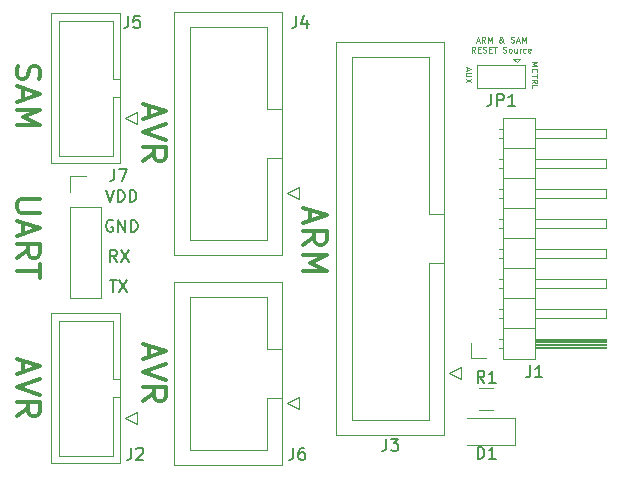
<source format=gbr>
%TF.GenerationSoftware,KiCad,Pcbnew,(5.1.7)-1*%
%TF.CreationDate,2020-11-29T11:25:41+01:00*%
%TF.ProjectId,PickitUp,5069636b-6974-4557-902e-6b696361645f,rev?*%
%TF.SameCoordinates,Original*%
%TF.FileFunction,Legend,Top*%
%TF.FilePolarity,Positive*%
%FSLAX46Y46*%
G04 Gerber Fmt 4.6, Leading zero omitted, Abs format (unit mm)*
G04 Created by KiCad (PCBNEW (5.1.7)-1) date 2020-11-29 11:25:41*
%MOMM*%
%LPD*%
G01*
G04 APERTURE LIST*
%ADD10C,0.100000*%
%ADD11C,0.300000*%
%ADD12C,0.150000*%
%ADD13C,0.120000*%
G04 APERTURE END LIST*
D10*
X195242666Y-83835952D02*
X195242666Y-84074047D01*
X195099809Y-83788333D02*
X195599809Y-83955000D01*
X195099809Y-84121666D01*
X195599809Y-84288333D02*
X195195047Y-84288333D01*
X195147428Y-84312142D01*
X195123619Y-84335952D01*
X195099809Y-84383571D01*
X195099809Y-84478809D01*
X195123619Y-84526428D01*
X195147428Y-84550238D01*
X195195047Y-84574047D01*
X195599809Y-84574047D01*
X195599809Y-84764523D02*
X195099809Y-85097857D01*
X195599809Y-85097857D02*
X195099809Y-84764523D01*
X200687809Y-83395476D02*
X201187809Y-83395476D01*
X200830666Y-83562142D01*
X201187809Y-83728809D01*
X200687809Y-83728809D01*
X200735428Y-84252619D02*
X200711619Y-84228809D01*
X200687809Y-84157380D01*
X200687809Y-84109761D01*
X200711619Y-84038333D01*
X200759238Y-83990714D01*
X200806857Y-83966904D01*
X200902095Y-83943095D01*
X200973523Y-83943095D01*
X201068761Y-83966904D01*
X201116380Y-83990714D01*
X201164000Y-84038333D01*
X201187809Y-84109761D01*
X201187809Y-84157380D01*
X201164000Y-84228809D01*
X201140190Y-84252619D01*
X201187809Y-84395476D02*
X201187809Y-84681190D01*
X200687809Y-84538333D02*
X201187809Y-84538333D01*
X200687809Y-85133571D02*
X200925904Y-84966904D01*
X200687809Y-84847857D02*
X201187809Y-84847857D01*
X201187809Y-85038333D01*
X201164000Y-85085952D01*
X201140190Y-85109761D01*
X201092571Y-85133571D01*
X201021142Y-85133571D01*
X200973523Y-85109761D01*
X200949714Y-85085952D01*
X200925904Y-85038333D01*
X200925904Y-84847857D01*
X200687809Y-85585952D02*
X200687809Y-85347857D01*
X201187809Y-85347857D01*
X196036666Y-81573333D02*
X196274761Y-81573333D01*
X195989047Y-81716190D02*
X196155714Y-81216190D01*
X196322380Y-81716190D01*
X196774761Y-81716190D02*
X196608095Y-81478095D01*
X196489047Y-81716190D02*
X196489047Y-81216190D01*
X196679523Y-81216190D01*
X196727142Y-81240000D01*
X196750952Y-81263809D01*
X196774761Y-81311428D01*
X196774761Y-81382857D01*
X196750952Y-81430476D01*
X196727142Y-81454285D01*
X196679523Y-81478095D01*
X196489047Y-81478095D01*
X196989047Y-81716190D02*
X196989047Y-81216190D01*
X197155714Y-81573333D01*
X197322380Y-81216190D01*
X197322380Y-81716190D01*
X198346190Y-81716190D02*
X198322380Y-81716190D01*
X198274761Y-81692380D01*
X198203333Y-81620952D01*
X198084285Y-81478095D01*
X198036666Y-81406666D01*
X198012857Y-81335238D01*
X198012857Y-81287619D01*
X198036666Y-81240000D01*
X198084285Y-81216190D01*
X198108095Y-81216190D01*
X198155714Y-81240000D01*
X198179523Y-81287619D01*
X198179523Y-81311428D01*
X198155714Y-81359047D01*
X198131904Y-81382857D01*
X197989047Y-81478095D01*
X197965238Y-81501904D01*
X197941428Y-81549523D01*
X197941428Y-81620952D01*
X197965238Y-81668571D01*
X197989047Y-81692380D01*
X198036666Y-81716190D01*
X198108095Y-81716190D01*
X198155714Y-81692380D01*
X198179523Y-81668571D01*
X198250952Y-81573333D01*
X198274761Y-81501904D01*
X198274761Y-81454285D01*
X198917619Y-81692380D02*
X198989047Y-81716190D01*
X199108095Y-81716190D01*
X199155714Y-81692380D01*
X199179523Y-81668571D01*
X199203333Y-81620952D01*
X199203333Y-81573333D01*
X199179523Y-81525714D01*
X199155714Y-81501904D01*
X199108095Y-81478095D01*
X199012857Y-81454285D01*
X198965238Y-81430476D01*
X198941428Y-81406666D01*
X198917619Y-81359047D01*
X198917619Y-81311428D01*
X198941428Y-81263809D01*
X198965238Y-81240000D01*
X199012857Y-81216190D01*
X199131904Y-81216190D01*
X199203333Y-81240000D01*
X199393809Y-81573333D02*
X199631904Y-81573333D01*
X199346190Y-81716190D02*
X199512857Y-81216190D01*
X199679523Y-81716190D01*
X199846190Y-81716190D02*
X199846190Y-81216190D01*
X200012857Y-81573333D01*
X200179523Y-81216190D01*
X200179523Y-81716190D01*
X195929523Y-82566190D02*
X195762857Y-82328095D01*
X195643809Y-82566190D02*
X195643809Y-82066190D01*
X195834285Y-82066190D01*
X195881904Y-82090000D01*
X195905714Y-82113809D01*
X195929523Y-82161428D01*
X195929523Y-82232857D01*
X195905714Y-82280476D01*
X195881904Y-82304285D01*
X195834285Y-82328095D01*
X195643809Y-82328095D01*
X196143809Y-82304285D02*
X196310476Y-82304285D01*
X196381904Y-82566190D02*
X196143809Y-82566190D01*
X196143809Y-82066190D01*
X196381904Y-82066190D01*
X196572380Y-82542380D02*
X196643809Y-82566190D01*
X196762857Y-82566190D01*
X196810476Y-82542380D01*
X196834285Y-82518571D01*
X196858095Y-82470952D01*
X196858095Y-82423333D01*
X196834285Y-82375714D01*
X196810476Y-82351904D01*
X196762857Y-82328095D01*
X196667619Y-82304285D01*
X196620000Y-82280476D01*
X196596190Y-82256666D01*
X196572380Y-82209047D01*
X196572380Y-82161428D01*
X196596190Y-82113809D01*
X196620000Y-82090000D01*
X196667619Y-82066190D01*
X196786666Y-82066190D01*
X196858095Y-82090000D01*
X197072380Y-82304285D02*
X197239047Y-82304285D01*
X197310476Y-82566190D02*
X197072380Y-82566190D01*
X197072380Y-82066190D01*
X197310476Y-82066190D01*
X197453333Y-82066190D02*
X197739047Y-82066190D01*
X197596190Y-82566190D02*
X197596190Y-82066190D01*
X198262857Y-82542380D02*
X198334285Y-82566190D01*
X198453333Y-82566190D01*
X198500952Y-82542380D01*
X198524761Y-82518571D01*
X198548571Y-82470952D01*
X198548571Y-82423333D01*
X198524761Y-82375714D01*
X198500952Y-82351904D01*
X198453333Y-82328095D01*
X198358095Y-82304285D01*
X198310476Y-82280476D01*
X198286666Y-82256666D01*
X198262857Y-82209047D01*
X198262857Y-82161428D01*
X198286666Y-82113809D01*
X198310476Y-82090000D01*
X198358095Y-82066190D01*
X198477142Y-82066190D01*
X198548571Y-82090000D01*
X198834285Y-82566190D02*
X198786666Y-82542380D01*
X198762857Y-82518571D01*
X198739047Y-82470952D01*
X198739047Y-82328095D01*
X198762857Y-82280476D01*
X198786666Y-82256666D01*
X198834285Y-82232857D01*
X198905714Y-82232857D01*
X198953333Y-82256666D01*
X198977142Y-82280476D01*
X199000952Y-82328095D01*
X199000952Y-82470952D01*
X198977142Y-82518571D01*
X198953333Y-82542380D01*
X198905714Y-82566190D01*
X198834285Y-82566190D01*
X199429523Y-82232857D02*
X199429523Y-82566190D01*
X199215238Y-82232857D02*
X199215238Y-82494761D01*
X199239047Y-82542380D01*
X199286666Y-82566190D01*
X199358095Y-82566190D01*
X199405714Y-82542380D01*
X199429523Y-82518571D01*
X199667619Y-82566190D02*
X199667619Y-82232857D01*
X199667619Y-82328095D02*
X199691428Y-82280476D01*
X199715238Y-82256666D01*
X199762857Y-82232857D01*
X199810476Y-82232857D01*
X200191428Y-82542380D02*
X200143809Y-82566190D01*
X200048571Y-82566190D01*
X200000952Y-82542380D01*
X199977142Y-82518571D01*
X199953333Y-82470952D01*
X199953333Y-82328095D01*
X199977142Y-82280476D01*
X200000952Y-82256666D01*
X200048571Y-82232857D01*
X200143809Y-82232857D01*
X200191428Y-82256666D01*
X200596190Y-82542380D02*
X200548571Y-82566190D01*
X200453333Y-82566190D01*
X200405714Y-82542380D01*
X200381904Y-82494761D01*
X200381904Y-82304285D01*
X200405714Y-82256666D01*
X200453333Y-82232857D01*
X200548571Y-82232857D01*
X200596190Y-82256666D01*
X200620000Y-82304285D01*
X200620000Y-82351904D01*
X200381904Y-82399523D01*
D11*
X159083238Y-94980523D02*
X157464190Y-94980523D01*
X157273714Y-95075761D01*
X157178476Y-95171000D01*
X157083238Y-95361476D01*
X157083238Y-95742428D01*
X157178476Y-95932904D01*
X157273714Y-96028142D01*
X157464190Y-96123380D01*
X159083238Y-96123380D01*
X157654666Y-96980523D02*
X157654666Y-97932904D01*
X157083238Y-96790047D02*
X159083238Y-97456714D01*
X157083238Y-98123380D01*
X157083238Y-99932904D02*
X158035619Y-99266238D01*
X157083238Y-98790047D02*
X159083238Y-98790047D01*
X159083238Y-99551952D01*
X158988000Y-99742428D01*
X158892761Y-99837666D01*
X158702285Y-99932904D01*
X158416571Y-99932904D01*
X158226095Y-99837666D01*
X158130857Y-99742428D01*
X158035619Y-99551952D01*
X158035619Y-98790047D01*
X159083238Y-100504333D02*
X159083238Y-101647190D01*
X157083238Y-101075761D02*
X159083238Y-101075761D01*
X168322666Y-107394666D02*
X168322666Y-108347047D01*
X167751238Y-107204190D02*
X169751238Y-107870857D01*
X167751238Y-108537523D01*
X169751238Y-108918476D02*
X167751238Y-109585142D01*
X169751238Y-110251809D01*
X167751238Y-112061333D02*
X168703619Y-111394666D01*
X167751238Y-110918476D02*
X169751238Y-110918476D01*
X169751238Y-111680380D01*
X169656000Y-111870857D01*
X169560761Y-111966095D01*
X169370285Y-112061333D01*
X169084571Y-112061333D01*
X168894095Y-111966095D01*
X168798857Y-111870857D01*
X168703619Y-111680380D01*
X168703619Y-110918476D01*
X168322666Y-87074666D02*
X168322666Y-88027047D01*
X167751238Y-86884190D02*
X169751238Y-87550857D01*
X167751238Y-88217523D01*
X169751238Y-88598476D02*
X167751238Y-89265142D01*
X169751238Y-89931809D01*
X167751238Y-91741333D02*
X168703619Y-91074666D01*
X167751238Y-90598476D02*
X169751238Y-90598476D01*
X169751238Y-91360380D01*
X169656000Y-91550857D01*
X169560761Y-91646095D01*
X169370285Y-91741333D01*
X169084571Y-91741333D01*
X168894095Y-91646095D01*
X168798857Y-91550857D01*
X168703619Y-91360380D01*
X168703619Y-90598476D01*
X181916666Y-95880952D02*
X181916666Y-96833333D01*
X181345238Y-95690476D02*
X183345238Y-96357142D01*
X181345238Y-97023809D01*
X181345238Y-98833333D02*
X182297619Y-98166666D01*
X181345238Y-97690476D02*
X183345238Y-97690476D01*
X183345238Y-98452380D01*
X183250000Y-98642857D01*
X183154761Y-98738095D01*
X182964285Y-98833333D01*
X182678571Y-98833333D01*
X182488095Y-98738095D01*
X182392857Y-98642857D01*
X182297619Y-98452380D01*
X182297619Y-97690476D01*
X181345238Y-99690476D02*
X183345238Y-99690476D01*
X181916666Y-100357142D01*
X183345238Y-101023809D01*
X181345238Y-101023809D01*
D12*
X164980095Y-101814380D02*
X165551523Y-101814380D01*
X165265809Y-102814380D02*
X165265809Y-101814380D01*
X165789619Y-101814380D02*
X166456285Y-102814380D01*
X166456285Y-101814380D02*
X165789619Y-102814380D01*
X165575333Y-100274380D02*
X165242000Y-99798190D01*
X165003904Y-100274380D02*
X165003904Y-99274380D01*
X165384857Y-99274380D01*
X165480095Y-99322000D01*
X165527714Y-99369619D01*
X165575333Y-99464857D01*
X165575333Y-99607714D01*
X165527714Y-99702952D01*
X165480095Y-99750571D01*
X165384857Y-99798190D01*
X165003904Y-99798190D01*
X165908666Y-99274380D02*
X166575333Y-100274380D01*
X166575333Y-99274380D02*
X165908666Y-100274380D01*
X165230095Y-96782000D02*
X165134857Y-96734380D01*
X164992000Y-96734380D01*
X164849142Y-96782000D01*
X164753904Y-96877238D01*
X164706285Y-96972476D01*
X164658666Y-97162952D01*
X164658666Y-97305809D01*
X164706285Y-97496285D01*
X164753904Y-97591523D01*
X164849142Y-97686761D01*
X164992000Y-97734380D01*
X165087238Y-97734380D01*
X165230095Y-97686761D01*
X165277714Y-97639142D01*
X165277714Y-97305809D01*
X165087238Y-97305809D01*
X165706285Y-97734380D02*
X165706285Y-96734380D01*
X166277714Y-97734380D01*
X166277714Y-96734380D01*
X166753904Y-97734380D02*
X166753904Y-96734380D01*
X166992000Y-96734380D01*
X167134857Y-96782000D01*
X167230095Y-96877238D01*
X167277714Y-96972476D01*
X167325333Y-97162952D01*
X167325333Y-97305809D01*
X167277714Y-97496285D01*
X167230095Y-97591523D01*
X167134857Y-97686761D01*
X166992000Y-97734380D01*
X166753904Y-97734380D01*
X164658666Y-94194380D02*
X164992000Y-95194380D01*
X165325333Y-94194380D01*
X165658666Y-95194380D02*
X165658666Y-94194380D01*
X165896761Y-94194380D01*
X166039619Y-94242000D01*
X166134857Y-94337238D01*
X166182476Y-94432476D01*
X166230095Y-94622952D01*
X166230095Y-94765809D01*
X166182476Y-94956285D01*
X166134857Y-95051523D01*
X166039619Y-95146761D01*
X165896761Y-95194380D01*
X165658666Y-95194380D01*
X166658666Y-95194380D02*
X166658666Y-94194380D01*
X166896761Y-94194380D01*
X167039619Y-94242000D01*
X167134857Y-94337238D01*
X167182476Y-94432476D01*
X167230095Y-94622952D01*
X167230095Y-94765809D01*
X167182476Y-94956285D01*
X167134857Y-95051523D01*
X167039619Y-95146761D01*
X166896761Y-95194380D01*
X166658666Y-95194380D01*
D11*
X157654666Y-108664666D02*
X157654666Y-109617047D01*
X157083238Y-108474190D02*
X159083238Y-109140857D01*
X157083238Y-109807523D01*
X159083238Y-110188476D02*
X157083238Y-110855142D01*
X159083238Y-111521809D01*
X157083238Y-113331333D02*
X158035619Y-112664666D01*
X157083238Y-112188476D02*
X159083238Y-112188476D01*
X159083238Y-112950380D01*
X158988000Y-113140857D01*
X158892761Y-113236095D01*
X158702285Y-113331333D01*
X158416571Y-113331333D01*
X158226095Y-113236095D01*
X158130857Y-113140857D01*
X158035619Y-112950380D01*
X158035619Y-112188476D01*
X157178476Y-83678571D02*
X157083238Y-83964285D01*
X157083238Y-84440476D01*
X157178476Y-84630952D01*
X157273714Y-84726190D01*
X157464190Y-84821428D01*
X157654666Y-84821428D01*
X157845142Y-84726190D01*
X157940380Y-84630952D01*
X158035619Y-84440476D01*
X158130857Y-84059523D01*
X158226095Y-83869047D01*
X158321333Y-83773809D01*
X158511809Y-83678571D01*
X158702285Y-83678571D01*
X158892761Y-83773809D01*
X158988000Y-83869047D01*
X159083238Y-84059523D01*
X159083238Y-84535714D01*
X158988000Y-84821428D01*
X157654666Y-85583333D02*
X157654666Y-86535714D01*
X157083238Y-85392857D02*
X159083238Y-86059523D01*
X157083238Y-86726190D01*
X157083238Y-87392857D02*
X159083238Y-87392857D01*
X157654666Y-88059523D01*
X159083238Y-88726190D01*
X157083238Y-88726190D01*
D13*
%TO.C,R1*%
X196247936Y-112797000D02*
X197452064Y-112797000D01*
X196247936Y-110977000D02*
X197452064Y-110977000D01*
%TO.C,D1*%
X199310000Y-113546000D02*
X195250000Y-113546000D01*
X199310000Y-115816000D02*
X199310000Y-113546000D01*
X195250000Y-115816000D02*
X199310000Y-115816000D01*
%TO.C,J3*%
X194672000Y-109228000D02*
X193672000Y-109728000D01*
X194672000Y-110228000D02*
X194672000Y-109228000D01*
X193672000Y-109728000D02*
X194672000Y-110228000D01*
X191972000Y-96248000D02*
X193282000Y-96248000D01*
X191972000Y-96248000D02*
X191972000Y-96248000D01*
X191972000Y-82958000D02*
X191972000Y-96248000D01*
X185472000Y-82958000D02*
X191972000Y-82958000D01*
X185472000Y-113638000D02*
X185472000Y-82958000D01*
X191972000Y-113638000D02*
X185472000Y-113638000D01*
X191972000Y-100348000D02*
X191972000Y-113638000D01*
X193282000Y-100348000D02*
X191972000Y-100348000D01*
X193282000Y-81658000D02*
X193282000Y-114938000D01*
X184162000Y-81658000D02*
X193282000Y-81658000D01*
X184162000Y-114938000D02*
X184162000Y-81658000D01*
X193282000Y-114938000D02*
X184162000Y-114938000D01*
%TO.C,JP1*%
X200170000Y-85582000D02*
X196070000Y-85582000D01*
X196070000Y-85582000D02*
X196070000Y-83582000D01*
X196070000Y-83582000D02*
X200170000Y-83582000D01*
X200170000Y-83582000D02*
X200170000Y-85582000D01*
X199420000Y-83382000D02*
X199720000Y-83082000D01*
X199720000Y-83082000D02*
X199120000Y-83082000D01*
X199420000Y-83382000D02*
X199120000Y-83082000D01*
%TO.C,J1*%
X196850000Y-108458000D02*
X195580000Y-108458000D01*
X195580000Y-108458000D02*
X195580000Y-107188000D01*
X200950000Y-89028000D02*
X206950000Y-89028000D01*
X206950000Y-89028000D02*
X206950000Y-89788000D01*
X206950000Y-89788000D02*
X200950000Y-89788000D01*
X200950000Y-107108000D02*
X206950000Y-107108000D01*
X200950000Y-106808000D02*
X206950000Y-106808000D01*
X200950000Y-107348000D02*
X206950000Y-107348000D01*
X206950000Y-107568000D02*
X200950000Y-107568000D01*
X200950000Y-106988000D02*
X206950000Y-106988000D01*
X200950000Y-107468000D02*
X206950000Y-107468000D01*
X200950000Y-106868000D02*
X206950000Y-106868000D01*
X200950000Y-107228000D02*
X206950000Y-107228000D01*
X198290000Y-88078000D02*
X198290000Y-108518000D01*
X198290000Y-108518000D02*
X200950000Y-108518000D01*
X200950000Y-108518000D02*
X200950000Y-88078000D01*
X200950000Y-88078000D02*
X198290000Y-88078000D01*
X197960000Y-89028000D02*
X198290000Y-89028000D01*
X197960000Y-89788000D02*
X198290000Y-89788000D01*
X198290000Y-90678000D02*
X200950000Y-90678000D01*
X200950000Y-91568000D02*
X206950000Y-91568000D01*
X206950000Y-91568000D02*
X206950000Y-92328000D01*
X206950000Y-92328000D02*
X200950000Y-92328000D01*
X197892929Y-91568000D02*
X198290000Y-91568000D01*
X197892929Y-92328000D02*
X198290000Y-92328000D01*
X198290000Y-93218000D02*
X200950000Y-93218000D01*
X200950000Y-94108000D02*
X206950000Y-94108000D01*
X206950000Y-94108000D02*
X206950000Y-94868000D01*
X206950000Y-94868000D02*
X200950000Y-94868000D01*
X197892929Y-94108000D02*
X198290000Y-94108000D01*
X197892929Y-94868000D02*
X198290000Y-94868000D01*
X198290000Y-95758000D02*
X200950000Y-95758000D01*
X200950000Y-96648000D02*
X206950000Y-96648000D01*
X206950000Y-96648000D02*
X206950000Y-97408000D01*
X206950000Y-97408000D02*
X200950000Y-97408000D01*
X197892929Y-96648000D02*
X198290000Y-96648000D01*
X197892929Y-97408000D02*
X198290000Y-97408000D01*
X198290000Y-98298000D02*
X200950000Y-98298000D01*
X200950000Y-99188000D02*
X206950000Y-99188000D01*
X206950000Y-99188000D02*
X206950000Y-99948000D01*
X206950000Y-99948000D02*
X200950000Y-99948000D01*
X197892929Y-99188000D02*
X198290000Y-99188000D01*
X197892929Y-99948000D02*
X198290000Y-99948000D01*
X198290000Y-100838000D02*
X200950000Y-100838000D01*
X200950000Y-101728000D02*
X206950000Y-101728000D01*
X206950000Y-101728000D02*
X206950000Y-102488000D01*
X206950000Y-102488000D02*
X200950000Y-102488000D01*
X197892929Y-101728000D02*
X198290000Y-101728000D01*
X197892929Y-102488000D02*
X198290000Y-102488000D01*
X198290000Y-103378000D02*
X200950000Y-103378000D01*
X200950000Y-104268000D02*
X206950000Y-104268000D01*
X206950000Y-104268000D02*
X206950000Y-105028000D01*
X206950000Y-105028000D02*
X200950000Y-105028000D01*
X197892929Y-104268000D02*
X198290000Y-104268000D01*
X197892929Y-105028000D02*
X198290000Y-105028000D01*
X198290000Y-105918000D02*
X200950000Y-105918000D01*
X197892929Y-106808000D02*
X198290000Y-106808000D01*
X197892929Y-107568000D02*
X198290000Y-107568000D01*
%TO.C,J7*%
X161611000Y-93031000D02*
X162941000Y-93031000D01*
X161611000Y-94361000D02*
X161611000Y-93031000D01*
X161611000Y-95631000D02*
X164271000Y-95631000D01*
X164271000Y-95631000D02*
X164271000Y-103311000D01*
X161611000Y-95631000D02*
X161611000Y-103311000D01*
X161611000Y-103311000D02*
X164271000Y-103311000D01*
%TO.C,J5*%
X160020000Y-91948000D02*
X165866000Y-91948000D01*
X165866000Y-79248000D02*
X160016000Y-79248000D01*
X160016000Y-79248000D02*
X160016000Y-91948000D01*
X165866000Y-79248000D02*
X165866000Y-91948000D01*
X167240000Y-88638000D02*
X167240000Y-87638000D01*
X166240000Y-88138000D02*
X167240000Y-88638000D01*
X167240000Y-87638000D02*
X166240000Y-88138000D01*
X165862000Y-86360000D02*
X165227000Y-86360000D01*
X165227000Y-86360000D02*
X165227000Y-91313000D01*
X165227000Y-91313000D02*
X160655000Y-91313000D01*
X160655000Y-91313000D02*
X160655000Y-79883000D01*
X160655000Y-79883000D02*
X165227000Y-79883000D01*
X165227000Y-79883000D02*
X165227000Y-84836000D01*
X165227000Y-84836000D02*
X165862000Y-84836000D01*
%TO.C,J4*%
X180956000Y-93988000D02*
X179956000Y-94488000D01*
X180956000Y-94988000D02*
X180956000Y-93988000D01*
X179956000Y-94488000D02*
X180956000Y-94988000D01*
X178256000Y-87358000D02*
X179566000Y-87358000D01*
X178256000Y-87358000D02*
X178256000Y-87358000D01*
X178256000Y-80418000D02*
X178256000Y-87358000D01*
X171756000Y-80418000D02*
X178256000Y-80418000D01*
X171756000Y-98398000D02*
X171756000Y-80418000D01*
X178256000Y-98398000D02*
X171756000Y-98398000D01*
X178256000Y-91458000D02*
X178256000Y-98398000D01*
X179566000Y-91458000D02*
X178256000Y-91458000D01*
X179566000Y-79118000D02*
X179566000Y-99698000D01*
X170446000Y-79118000D02*
X179566000Y-79118000D01*
X170446000Y-99698000D02*
X170446000Y-79118000D01*
X179566000Y-99698000D02*
X170446000Y-99698000D01*
%TO.C,J6*%
X180956000Y-111768000D02*
X179956000Y-112268000D01*
X180956000Y-112768000D02*
X180956000Y-111768000D01*
X179956000Y-112268000D02*
X180956000Y-112768000D01*
X178256000Y-107678000D02*
X179566000Y-107678000D01*
X178256000Y-107678000D02*
X178256000Y-107678000D01*
X178256000Y-103278000D02*
X178256000Y-107678000D01*
X171756000Y-103278000D02*
X178256000Y-103278000D01*
X171756000Y-116178000D02*
X171756000Y-103278000D01*
X178256000Y-116178000D02*
X171756000Y-116178000D01*
X178256000Y-111778000D02*
X178256000Y-116178000D01*
X179566000Y-111778000D02*
X178256000Y-111778000D01*
X179566000Y-101978000D02*
X179566000Y-117478000D01*
X170446000Y-101978000D02*
X179566000Y-101978000D01*
X170446000Y-117478000D02*
X170446000Y-101978000D01*
X179566000Y-117478000D02*
X170446000Y-117478000D01*
%TO.C,J2*%
X160020000Y-117348000D02*
X165866000Y-117348000D01*
X165866000Y-104648000D02*
X160016000Y-104648000D01*
X160016000Y-104648000D02*
X160016000Y-117348000D01*
X165866000Y-104648000D02*
X165866000Y-117348000D01*
X167240000Y-114038000D02*
X167240000Y-113038000D01*
X166240000Y-113538000D02*
X167240000Y-114038000D01*
X167240000Y-113038000D02*
X166240000Y-113538000D01*
X165862000Y-111760000D02*
X165227000Y-111760000D01*
X165227000Y-111760000D02*
X165227000Y-116713000D01*
X165227000Y-116713000D02*
X160655000Y-116713000D01*
X160655000Y-116713000D02*
X160655000Y-105283000D01*
X160655000Y-105283000D02*
X165227000Y-105283000D01*
X165227000Y-105283000D02*
X165227000Y-110236000D01*
X165227000Y-110236000D02*
X165862000Y-110236000D01*
%TO.C,R1*%
D12*
X196683333Y-110519380D02*
X196350000Y-110043190D01*
X196111904Y-110519380D02*
X196111904Y-109519380D01*
X196492857Y-109519380D01*
X196588095Y-109567000D01*
X196635714Y-109614619D01*
X196683333Y-109709857D01*
X196683333Y-109852714D01*
X196635714Y-109947952D01*
X196588095Y-109995571D01*
X196492857Y-110043190D01*
X196111904Y-110043190D01*
X197635714Y-110519380D02*
X197064285Y-110519380D01*
X197350000Y-110519380D02*
X197350000Y-109519380D01*
X197254761Y-109662238D01*
X197159523Y-109757476D01*
X197064285Y-109805095D01*
%TO.C,D1*%
X196111904Y-116953380D02*
X196111904Y-115953380D01*
X196350000Y-115953380D01*
X196492857Y-116001000D01*
X196588095Y-116096238D01*
X196635714Y-116191476D01*
X196683333Y-116381952D01*
X196683333Y-116524809D01*
X196635714Y-116715285D01*
X196588095Y-116810523D01*
X196492857Y-116905761D01*
X196350000Y-116953380D01*
X196111904Y-116953380D01*
X197635714Y-116953380D02*
X197064285Y-116953380D01*
X197350000Y-116953380D02*
X197350000Y-115953380D01*
X197254761Y-116096238D01*
X197159523Y-116191476D01*
X197064285Y-116239095D01*
%TO.C,J3*%
X188388666Y-115280380D02*
X188388666Y-115994666D01*
X188341047Y-116137523D01*
X188245809Y-116232761D01*
X188102952Y-116280380D01*
X188007714Y-116280380D01*
X188769619Y-115280380D02*
X189388666Y-115280380D01*
X189055333Y-115661333D01*
X189198190Y-115661333D01*
X189293428Y-115708952D01*
X189341047Y-115756571D01*
X189388666Y-115851809D01*
X189388666Y-116089904D01*
X189341047Y-116185142D01*
X189293428Y-116232761D01*
X189198190Y-116280380D01*
X188912476Y-116280380D01*
X188817238Y-116232761D01*
X188769619Y-116185142D01*
%TO.C,JP1*%
X197286666Y-86066380D02*
X197286666Y-86780666D01*
X197239047Y-86923523D01*
X197143809Y-87018761D01*
X197000952Y-87066380D01*
X196905714Y-87066380D01*
X197762857Y-87066380D02*
X197762857Y-86066380D01*
X198143809Y-86066380D01*
X198239047Y-86114000D01*
X198286666Y-86161619D01*
X198334285Y-86256857D01*
X198334285Y-86399714D01*
X198286666Y-86494952D01*
X198239047Y-86542571D01*
X198143809Y-86590190D01*
X197762857Y-86590190D01*
X199286666Y-87066380D02*
X198715238Y-87066380D01*
X199000952Y-87066380D02*
X199000952Y-86066380D01*
X198905714Y-86209238D01*
X198810476Y-86304476D01*
X198715238Y-86352095D01*
%TO.C,J1*%
X200580666Y-109053380D02*
X200580666Y-109767666D01*
X200533047Y-109910523D01*
X200437809Y-110005761D01*
X200294952Y-110053380D01*
X200199714Y-110053380D01*
X201580666Y-110053380D02*
X201009238Y-110053380D01*
X201294952Y-110053380D02*
X201294952Y-109053380D01*
X201199714Y-109196238D01*
X201104476Y-109291476D01*
X201009238Y-109339095D01*
%TO.C,J7*%
X165357666Y-92416380D02*
X165357666Y-93130666D01*
X165310047Y-93273523D01*
X165214809Y-93368761D01*
X165071952Y-93416380D01*
X164976714Y-93416380D01*
X165738619Y-92416380D02*
X166405285Y-92416380D01*
X165976714Y-93416380D01*
%TO.C,J5*%
X166544666Y-79462380D02*
X166544666Y-80176666D01*
X166497047Y-80319523D01*
X166401809Y-80414761D01*
X166258952Y-80462380D01*
X166163714Y-80462380D01*
X167497047Y-79462380D02*
X167020857Y-79462380D01*
X166973238Y-79938571D01*
X167020857Y-79890952D01*
X167116095Y-79843333D01*
X167354190Y-79843333D01*
X167449428Y-79890952D01*
X167497047Y-79938571D01*
X167544666Y-80033809D01*
X167544666Y-80271904D01*
X167497047Y-80367142D01*
X167449428Y-80414761D01*
X167354190Y-80462380D01*
X167116095Y-80462380D01*
X167020857Y-80414761D01*
X166973238Y-80367142D01*
%TO.C,J4*%
X180768666Y-79462380D02*
X180768666Y-80176666D01*
X180721047Y-80319523D01*
X180625809Y-80414761D01*
X180482952Y-80462380D01*
X180387714Y-80462380D01*
X181673428Y-79795714D02*
X181673428Y-80462380D01*
X181435333Y-79414761D02*
X181197238Y-80129047D01*
X181816285Y-80129047D01*
%TO.C,J6*%
X180514666Y-116038380D02*
X180514666Y-116752666D01*
X180467047Y-116895523D01*
X180371809Y-116990761D01*
X180228952Y-117038380D01*
X180133714Y-117038380D01*
X181419428Y-116038380D02*
X181228952Y-116038380D01*
X181133714Y-116086000D01*
X181086095Y-116133619D01*
X180990857Y-116276476D01*
X180943238Y-116466952D01*
X180943238Y-116847904D01*
X180990857Y-116943142D01*
X181038476Y-116990761D01*
X181133714Y-117038380D01*
X181324190Y-117038380D01*
X181419428Y-116990761D01*
X181467047Y-116943142D01*
X181514666Y-116847904D01*
X181514666Y-116609809D01*
X181467047Y-116514571D01*
X181419428Y-116466952D01*
X181324190Y-116419333D01*
X181133714Y-116419333D01*
X181038476Y-116466952D01*
X180990857Y-116514571D01*
X180943238Y-116609809D01*
%TO.C,J2*%
X166798666Y-116038380D02*
X166798666Y-116752666D01*
X166751047Y-116895523D01*
X166655809Y-116990761D01*
X166512952Y-117038380D01*
X166417714Y-117038380D01*
X167227238Y-116133619D02*
X167274857Y-116086000D01*
X167370095Y-116038380D01*
X167608190Y-116038380D01*
X167703428Y-116086000D01*
X167751047Y-116133619D01*
X167798666Y-116228857D01*
X167798666Y-116324095D01*
X167751047Y-116466952D01*
X167179619Y-117038380D01*
X167798666Y-117038380D01*
%TD*%
M02*

</source>
